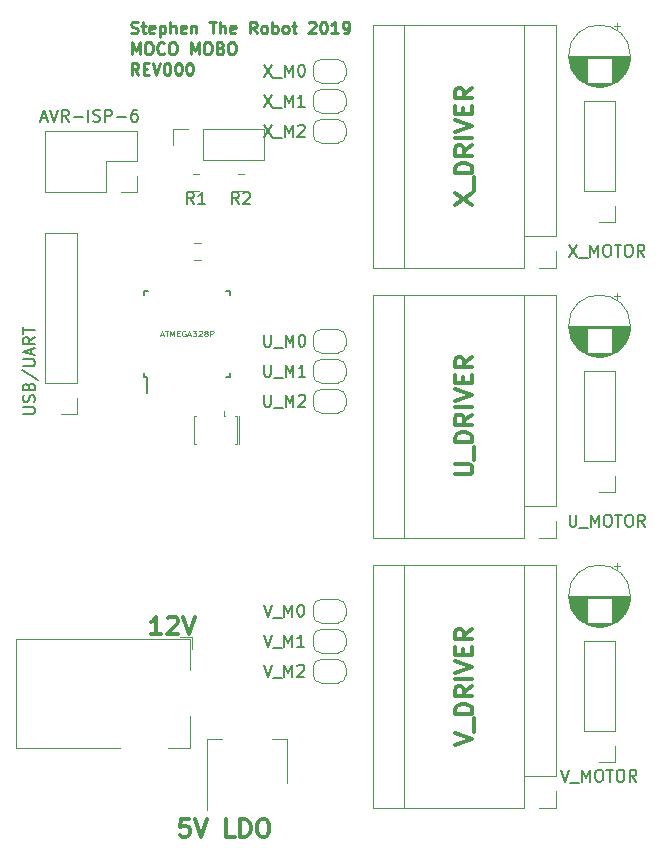
<source format=gbr>
G04 #@! TF.GenerationSoftware,KiCad,Pcbnew,(5.0.2-5-10.14)*
G04 #@! TF.CreationDate,2019-10-07T17:27:23-04:00*
G04 #@! TF.ProjectId,mobo,6d6f626f-2e6b-4696-9361-645f70636258,rev?*
G04 #@! TF.SameCoordinates,Original*
G04 #@! TF.FileFunction,Legend,Top*
G04 #@! TF.FilePolarity,Positive*
%FSLAX46Y46*%
G04 Gerber Fmt 4.6, Leading zero omitted, Abs format (unit mm)*
G04 Created by KiCad (PCBNEW (5.0.2-5-10.14)) date Monday, October 07, 2019 at 05:27:23 PM*
%MOMM*%
%LPD*%
G01*
G04 APERTURE LIST*
%ADD10C,0.125000*%
%ADD11C,0.300000*%
%ADD12C,0.250000*%
%ADD13C,0.120000*%
%ADD14C,0.150000*%
G04 APERTURE END LIST*
D10*
X178725000Y-52788333D02*
X178963095Y-52788333D01*
X178677380Y-52931190D02*
X178844047Y-52431190D01*
X179010714Y-52931190D01*
X179105952Y-52431190D02*
X179391666Y-52431190D01*
X179248809Y-52931190D02*
X179248809Y-52431190D01*
X179558333Y-52931190D02*
X179558333Y-52431190D01*
X179725000Y-52788333D01*
X179891666Y-52431190D01*
X179891666Y-52931190D01*
X180129761Y-52669285D02*
X180296428Y-52669285D01*
X180367857Y-52931190D02*
X180129761Y-52931190D01*
X180129761Y-52431190D01*
X180367857Y-52431190D01*
X180844047Y-52455000D02*
X180796428Y-52431190D01*
X180725000Y-52431190D01*
X180653571Y-52455000D01*
X180605952Y-52502619D01*
X180582142Y-52550238D01*
X180558333Y-52645476D01*
X180558333Y-52716904D01*
X180582142Y-52812142D01*
X180605952Y-52859761D01*
X180653571Y-52907380D01*
X180725000Y-52931190D01*
X180772619Y-52931190D01*
X180844047Y-52907380D01*
X180867857Y-52883571D01*
X180867857Y-52716904D01*
X180772619Y-52716904D01*
X181058333Y-52788333D02*
X181296428Y-52788333D01*
X181010714Y-52931190D02*
X181177380Y-52431190D01*
X181344047Y-52931190D01*
X181463095Y-52431190D02*
X181772619Y-52431190D01*
X181605952Y-52621666D01*
X181677380Y-52621666D01*
X181725000Y-52645476D01*
X181748809Y-52669285D01*
X181772619Y-52716904D01*
X181772619Y-52835952D01*
X181748809Y-52883571D01*
X181725000Y-52907380D01*
X181677380Y-52931190D01*
X181534523Y-52931190D01*
X181486904Y-52907380D01*
X181463095Y-52883571D01*
X181963095Y-52478809D02*
X181986904Y-52455000D01*
X182034523Y-52431190D01*
X182153571Y-52431190D01*
X182201190Y-52455000D01*
X182225000Y-52478809D01*
X182248809Y-52526428D01*
X182248809Y-52574047D01*
X182225000Y-52645476D01*
X181939285Y-52931190D01*
X182248809Y-52931190D01*
X182534523Y-52645476D02*
X182486904Y-52621666D01*
X182463095Y-52597857D01*
X182439285Y-52550238D01*
X182439285Y-52526428D01*
X182463095Y-52478809D01*
X182486904Y-52455000D01*
X182534523Y-52431190D01*
X182629761Y-52431190D01*
X182677380Y-52455000D01*
X182701190Y-52478809D01*
X182725000Y-52526428D01*
X182725000Y-52550238D01*
X182701190Y-52597857D01*
X182677380Y-52621666D01*
X182629761Y-52645476D01*
X182534523Y-52645476D01*
X182486904Y-52669285D01*
X182463095Y-52693095D01*
X182439285Y-52740714D01*
X182439285Y-52835952D01*
X182463095Y-52883571D01*
X182486904Y-52907380D01*
X182534523Y-52931190D01*
X182629761Y-52931190D01*
X182677380Y-52907380D01*
X182701190Y-52883571D01*
X182725000Y-52835952D01*
X182725000Y-52740714D01*
X182701190Y-52693095D01*
X182677380Y-52669285D01*
X182629761Y-52645476D01*
X182939285Y-52931190D02*
X182939285Y-52431190D01*
X183129761Y-52431190D01*
X183177380Y-52455000D01*
X183201190Y-52478809D01*
X183225000Y-52526428D01*
X183225000Y-52597857D01*
X183201190Y-52645476D01*
X183177380Y-52669285D01*
X183129761Y-52693095D01*
X182939285Y-52693095D01*
D11*
X181150000Y-93793571D02*
X180435714Y-93793571D01*
X180364285Y-94507857D01*
X180435714Y-94436428D01*
X180578571Y-94365000D01*
X180935714Y-94365000D01*
X181078571Y-94436428D01*
X181150000Y-94507857D01*
X181221428Y-94650714D01*
X181221428Y-95007857D01*
X181150000Y-95150714D01*
X181078571Y-95222142D01*
X180935714Y-95293571D01*
X180578571Y-95293571D01*
X180435714Y-95222142D01*
X180364285Y-95150714D01*
X181650000Y-93793571D02*
X182150000Y-95293571D01*
X182650000Y-93793571D01*
X185007142Y-95293571D02*
X184292857Y-95293571D01*
X184292857Y-93793571D01*
X185507142Y-95293571D02*
X185507142Y-93793571D01*
X185864285Y-93793571D01*
X186078571Y-93865000D01*
X186221428Y-94007857D01*
X186292857Y-94150714D01*
X186364285Y-94436428D01*
X186364285Y-94650714D01*
X186292857Y-94936428D01*
X186221428Y-95079285D01*
X186078571Y-95222142D01*
X185864285Y-95293571D01*
X185507142Y-95293571D01*
X187292857Y-93793571D02*
X187578571Y-93793571D01*
X187721428Y-93865000D01*
X187864285Y-94007857D01*
X187935714Y-94293571D01*
X187935714Y-94793571D01*
X187864285Y-95079285D01*
X187721428Y-95222142D01*
X187578571Y-95293571D01*
X187292857Y-95293571D01*
X187150000Y-95222142D01*
X187007142Y-95079285D01*
X186935714Y-94793571D01*
X186935714Y-94293571D01*
X187007142Y-94007857D01*
X187150000Y-93865000D01*
X187292857Y-93793571D01*
X178776428Y-78148571D02*
X177919285Y-78148571D01*
X178347857Y-78148571D02*
X178347857Y-76648571D01*
X178205000Y-76862857D01*
X178062142Y-77005714D01*
X177919285Y-77077142D01*
X179347857Y-76791428D02*
X179419285Y-76720000D01*
X179562142Y-76648571D01*
X179919285Y-76648571D01*
X180062142Y-76720000D01*
X180133571Y-76791428D01*
X180205000Y-76934285D01*
X180205000Y-77077142D01*
X180133571Y-77291428D01*
X179276428Y-78148571D01*
X180205000Y-78148571D01*
X180633571Y-76648571D02*
X181133571Y-78148571D01*
X181633571Y-76648571D01*
D12*
X176247976Y-27229761D02*
X176390833Y-27277380D01*
X176628928Y-27277380D01*
X176724166Y-27229761D01*
X176771785Y-27182142D01*
X176819404Y-27086904D01*
X176819404Y-26991666D01*
X176771785Y-26896428D01*
X176724166Y-26848809D01*
X176628928Y-26801190D01*
X176438452Y-26753571D01*
X176343214Y-26705952D01*
X176295595Y-26658333D01*
X176247976Y-26563095D01*
X176247976Y-26467857D01*
X176295595Y-26372619D01*
X176343214Y-26325000D01*
X176438452Y-26277380D01*
X176676547Y-26277380D01*
X176819404Y-26325000D01*
X177105119Y-26610714D02*
X177486071Y-26610714D01*
X177247976Y-26277380D02*
X177247976Y-27134523D01*
X177295595Y-27229761D01*
X177390833Y-27277380D01*
X177486071Y-27277380D01*
X178200357Y-27229761D02*
X178105119Y-27277380D01*
X177914642Y-27277380D01*
X177819404Y-27229761D01*
X177771785Y-27134523D01*
X177771785Y-26753571D01*
X177819404Y-26658333D01*
X177914642Y-26610714D01*
X178105119Y-26610714D01*
X178200357Y-26658333D01*
X178247976Y-26753571D01*
X178247976Y-26848809D01*
X177771785Y-26944047D01*
X178676547Y-26610714D02*
X178676547Y-27610714D01*
X178676547Y-26658333D02*
X178771785Y-26610714D01*
X178962261Y-26610714D01*
X179057500Y-26658333D01*
X179105119Y-26705952D01*
X179152738Y-26801190D01*
X179152738Y-27086904D01*
X179105119Y-27182142D01*
X179057500Y-27229761D01*
X178962261Y-27277380D01*
X178771785Y-27277380D01*
X178676547Y-27229761D01*
X179581309Y-27277380D02*
X179581309Y-26277380D01*
X180009880Y-27277380D02*
X180009880Y-26753571D01*
X179962261Y-26658333D01*
X179867023Y-26610714D01*
X179724166Y-26610714D01*
X179628928Y-26658333D01*
X179581309Y-26705952D01*
X180867023Y-27229761D02*
X180771785Y-27277380D01*
X180581309Y-27277380D01*
X180486071Y-27229761D01*
X180438452Y-27134523D01*
X180438452Y-26753571D01*
X180486071Y-26658333D01*
X180581309Y-26610714D01*
X180771785Y-26610714D01*
X180867023Y-26658333D01*
X180914642Y-26753571D01*
X180914642Y-26848809D01*
X180438452Y-26944047D01*
X181343214Y-26610714D02*
X181343214Y-27277380D01*
X181343214Y-26705952D02*
X181390833Y-26658333D01*
X181486071Y-26610714D01*
X181628928Y-26610714D01*
X181724166Y-26658333D01*
X181771785Y-26753571D01*
X181771785Y-27277380D01*
X182867023Y-26277380D02*
X183438452Y-26277380D01*
X183152738Y-27277380D02*
X183152738Y-26277380D01*
X183771785Y-27277380D02*
X183771785Y-26277380D01*
X184200357Y-27277380D02*
X184200357Y-26753571D01*
X184152738Y-26658333D01*
X184057500Y-26610714D01*
X183914642Y-26610714D01*
X183819404Y-26658333D01*
X183771785Y-26705952D01*
X185057500Y-27229761D02*
X184962261Y-27277380D01*
X184771785Y-27277380D01*
X184676547Y-27229761D01*
X184628928Y-27134523D01*
X184628928Y-26753571D01*
X184676547Y-26658333D01*
X184771785Y-26610714D01*
X184962261Y-26610714D01*
X185057500Y-26658333D01*
X185105119Y-26753571D01*
X185105119Y-26848809D01*
X184628928Y-26944047D01*
X186867023Y-27277380D02*
X186533690Y-26801190D01*
X186295595Y-27277380D02*
X186295595Y-26277380D01*
X186676547Y-26277380D01*
X186771785Y-26325000D01*
X186819404Y-26372619D01*
X186867023Y-26467857D01*
X186867023Y-26610714D01*
X186819404Y-26705952D01*
X186771785Y-26753571D01*
X186676547Y-26801190D01*
X186295595Y-26801190D01*
X187438452Y-27277380D02*
X187343214Y-27229761D01*
X187295595Y-27182142D01*
X187247976Y-27086904D01*
X187247976Y-26801190D01*
X187295595Y-26705952D01*
X187343214Y-26658333D01*
X187438452Y-26610714D01*
X187581309Y-26610714D01*
X187676547Y-26658333D01*
X187724166Y-26705952D01*
X187771785Y-26801190D01*
X187771785Y-27086904D01*
X187724166Y-27182142D01*
X187676547Y-27229761D01*
X187581309Y-27277380D01*
X187438452Y-27277380D01*
X188200357Y-27277380D02*
X188200357Y-26277380D01*
X188200357Y-26658333D02*
X188295595Y-26610714D01*
X188486071Y-26610714D01*
X188581309Y-26658333D01*
X188628928Y-26705952D01*
X188676547Y-26801190D01*
X188676547Y-27086904D01*
X188628928Y-27182142D01*
X188581309Y-27229761D01*
X188486071Y-27277380D01*
X188295595Y-27277380D01*
X188200357Y-27229761D01*
X189247976Y-27277380D02*
X189152738Y-27229761D01*
X189105119Y-27182142D01*
X189057500Y-27086904D01*
X189057500Y-26801190D01*
X189105119Y-26705952D01*
X189152738Y-26658333D01*
X189247976Y-26610714D01*
X189390833Y-26610714D01*
X189486071Y-26658333D01*
X189533690Y-26705952D01*
X189581309Y-26801190D01*
X189581309Y-27086904D01*
X189533690Y-27182142D01*
X189486071Y-27229761D01*
X189390833Y-27277380D01*
X189247976Y-27277380D01*
X189867023Y-26610714D02*
X190247976Y-26610714D01*
X190009880Y-26277380D02*
X190009880Y-27134523D01*
X190057500Y-27229761D01*
X190152738Y-27277380D01*
X190247976Y-27277380D01*
X191295595Y-26372619D02*
X191343214Y-26325000D01*
X191438452Y-26277380D01*
X191676547Y-26277380D01*
X191771785Y-26325000D01*
X191819404Y-26372619D01*
X191867023Y-26467857D01*
X191867023Y-26563095D01*
X191819404Y-26705952D01*
X191247976Y-27277380D01*
X191867023Y-27277380D01*
X192486071Y-26277380D02*
X192581309Y-26277380D01*
X192676547Y-26325000D01*
X192724166Y-26372619D01*
X192771785Y-26467857D01*
X192819404Y-26658333D01*
X192819404Y-26896428D01*
X192771785Y-27086904D01*
X192724166Y-27182142D01*
X192676547Y-27229761D01*
X192581309Y-27277380D01*
X192486071Y-27277380D01*
X192390833Y-27229761D01*
X192343214Y-27182142D01*
X192295595Y-27086904D01*
X192247976Y-26896428D01*
X192247976Y-26658333D01*
X192295595Y-26467857D01*
X192343214Y-26372619D01*
X192390833Y-26325000D01*
X192486071Y-26277380D01*
X193771785Y-27277380D02*
X193200357Y-27277380D01*
X193486071Y-27277380D02*
X193486071Y-26277380D01*
X193390833Y-26420238D01*
X193295595Y-26515476D01*
X193200357Y-26563095D01*
X194247976Y-27277380D02*
X194438452Y-27277380D01*
X194533690Y-27229761D01*
X194581309Y-27182142D01*
X194676547Y-27039285D01*
X194724166Y-26848809D01*
X194724166Y-26467857D01*
X194676547Y-26372619D01*
X194628928Y-26325000D01*
X194533690Y-26277380D01*
X194343214Y-26277380D01*
X194247976Y-26325000D01*
X194200357Y-26372619D01*
X194152738Y-26467857D01*
X194152738Y-26705952D01*
X194200357Y-26801190D01*
X194247976Y-26848809D01*
X194343214Y-26896428D01*
X194533690Y-26896428D01*
X194628928Y-26848809D01*
X194676547Y-26801190D01*
X194724166Y-26705952D01*
X176295595Y-29027380D02*
X176295595Y-28027380D01*
X176628928Y-28741666D01*
X176962261Y-28027380D01*
X176962261Y-29027380D01*
X177628928Y-28027380D02*
X177819404Y-28027380D01*
X177914642Y-28075000D01*
X178009880Y-28170238D01*
X178057500Y-28360714D01*
X178057500Y-28694047D01*
X178009880Y-28884523D01*
X177914642Y-28979761D01*
X177819404Y-29027380D01*
X177628928Y-29027380D01*
X177533690Y-28979761D01*
X177438452Y-28884523D01*
X177390833Y-28694047D01*
X177390833Y-28360714D01*
X177438452Y-28170238D01*
X177533690Y-28075000D01*
X177628928Y-28027380D01*
X179057500Y-28932142D02*
X179009880Y-28979761D01*
X178867023Y-29027380D01*
X178771785Y-29027380D01*
X178628928Y-28979761D01*
X178533690Y-28884523D01*
X178486071Y-28789285D01*
X178438452Y-28598809D01*
X178438452Y-28455952D01*
X178486071Y-28265476D01*
X178533690Y-28170238D01*
X178628928Y-28075000D01*
X178771785Y-28027380D01*
X178867023Y-28027380D01*
X179009880Y-28075000D01*
X179057500Y-28122619D01*
X179676547Y-28027380D02*
X179867023Y-28027380D01*
X179962261Y-28075000D01*
X180057500Y-28170238D01*
X180105119Y-28360714D01*
X180105119Y-28694047D01*
X180057500Y-28884523D01*
X179962261Y-28979761D01*
X179867023Y-29027380D01*
X179676547Y-29027380D01*
X179581309Y-28979761D01*
X179486071Y-28884523D01*
X179438452Y-28694047D01*
X179438452Y-28360714D01*
X179486071Y-28170238D01*
X179581309Y-28075000D01*
X179676547Y-28027380D01*
X181295595Y-29027380D02*
X181295595Y-28027380D01*
X181628928Y-28741666D01*
X181962261Y-28027380D01*
X181962261Y-29027380D01*
X182628928Y-28027380D02*
X182819404Y-28027380D01*
X182914642Y-28075000D01*
X183009880Y-28170238D01*
X183057500Y-28360714D01*
X183057500Y-28694047D01*
X183009880Y-28884523D01*
X182914642Y-28979761D01*
X182819404Y-29027380D01*
X182628928Y-29027380D01*
X182533690Y-28979761D01*
X182438452Y-28884523D01*
X182390833Y-28694047D01*
X182390833Y-28360714D01*
X182438452Y-28170238D01*
X182533690Y-28075000D01*
X182628928Y-28027380D01*
X183819404Y-28503571D02*
X183962261Y-28551190D01*
X184009880Y-28598809D01*
X184057500Y-28694047D01*
X184057500Y-28836904D01*
X184009880Y-28932142D01*
X183962261Y-28979761D01*
X183867023Y-29027380D01*
X183486071Y-29027380D01*
X183486071Y-28027380D01*
X183819404Y-28027380D01*
X183914642Y-28075000D01*
X183962261Y-28122619D01*
X184009880Y-28217857D01*
X184009880Y-28313095D01*
X183962261Y-28408333D01*
X183914642Y-28455952D01*
X183819404Y-28503571D01*
X183486071Y-28503571D01*
X184676547Y-28027380D02*
X184867023Y-28027380D01*
X184962261Y-28075000D01*
X185057500Y-28170238D01*
X185105119Y-28360714D01*
X185105119Y-28694047D01*
X185057500Y-28884523D01*
X184962261Y-28979761D01*
X184867023Y-29027380D01*
X184676547Y-29027380D01*
X184581309Y-28979761D01*
X184486071Y-28884523D01*
X184438452Y-28694047D01*
X184438452Y-28360714D01*
X184486071Y-28170238D01*
X184581309Y-28075000D01*
X184676547Y-28027380D01*
X176867023Y-30777380D02*
X176533690Y-30301190D01*
X176295595Y-30777380D02*
X176295595Y-29777380D01*
X176676547Y-29777380D01*
X176771785Y-29825000D01*
X176819404Y-29872619D01*
X176867023Y-29967857D01*
X176867023Y-30110714D01*
X176819404Y-30205952D01*
X176771785Y-30253571D01*
X176676547Y-30301190D01*
X176295595Y-30301190D01*
X177295595Y-30253571D02*
X177628928Y-30253571D01*
X177771785Y-30777380D02*
X177295595Y-30777380D01*
X177295595Y-29777380D01*
X177771785Y-29777380D01*
X178057500Y-29777380D02*
X178390833Y-30777380D01*
X178724166Y-29777380D01*
X179247976Y-29777380D02*
X179343214Y-29777380D01*
X179438452Y-29825000D01*
X179486071Y-29872619D01*
X179533690Y-29967857D01*
X179581309Y-30158333D01*
X179581309Y-30396428D01*
X179533690Y-30586904D01*
X179486071Y-30682142D01*
X179438452Y-30729761D01*
X179343214Y-30777380D01*
X179247976Y-30777380D01*
X179152738Y-30729761D01*
X179105119Y-30682142D01*
X179057500Y-30586904D01*
X179009880Y-30396428D01*
X179009880Y-30158333D01*
X179057500Y-29967857D01*
X179105119Y-29872619D01*
X179152738Y-29825000D01*
X179247976Y-29777380D01*
X180200357Y-29777380D02*
X180295595Y-29777380D01*
X180390833Y-29825000D01*
X180438452Y-29872619D01*
X180486071Y-29967857D01*
X180533690Y-30158333D01*
X180533690Y-30396428D01*
X180486071Y-30586904D01*
X180438452Y-30682142D01*
X180390833Y-30729761D01*
X180295595Y-30777380D01*
X180200357Y-30777380D01*
X180105119Y-30729761D01*
X180057500Y-30682142D01*
X180009880Y-30586904D01*
X179962261Y-30396428D01*
X179962261Y-30158333D01*
X180009880Y-29967857D01*
X180057500Y-29872619D01*
X180105119Y-29825000D01*
X180200357Y-29777380D01*
X181152738Y-29777380D02*
X181247976Y-29777380D01*
X181343214Y-29825000D01*
X181390833Y-29872619D01*
X181438452Y-29967857D01*
X181486071Y-30158333D01*
X181486071Y-30396428D01*
X181438452Y-30586904D01*
X181390833Y-30682142D01*
X181343214Y-30729761D01*
X181247976Y-30777380D01*
X181152738Y-30777380D01*
X181057500Y-30729761D01*
X181009880Y-30682142D01*
X180962261Y-30586904D01*
X180914642Y-30396428D01*
X180914642Y-30158333D01*
X180962261Y-29967857D01*
X181009880Y-29872619D01*
X181057500Y-29825000D01*
X181152738Y-29777380D01*
D11*
X203648571Y-87550000D02*
X205148571Y-87050000D01*
X203648571Y-86550000D01*
X205291428Y-86407142D02*
X205291428Y-85264285D01*
X205148571Y-84907142D02*
X203648571Y-84907142D01*
X203648571Y-84550000D01*
X203720000Y-84335714D01*
X203862857Y-84192857D01*
X204005714Y-84121428D01*
X204291428Y-84050000D01*
X204505714Y-84050000D01*
X204791428Y-84121428D01*
X204934285Y-84192857D01*
X205077142Y-84335714D01*
X205148571Y-84550000D01*
X205148571Y-84907142D01*
X205148571Y-82550000D02*
X204434285Y-83050000D01*
X205148571Y-83407142D02*
X203648571Y-83407142D01*
X203648571Y-82835714D01*
X203720000Y-82692857D01*
X203791428Y-82621428D01*
X203934285Y-82550000D01*
X204148571Y-82550000D01*
X204291428Y-82621428D01*
X204362857Y-82692857D01*
X204434285Y-82835714D01*
X204434285Y-83407142D01*
X205148571Y-81907142D02*
X203648571Y-81907142D01*
X203648571Y-81407142D02*
X205148571Y-80907142D01*
X203648571Y-80407142D01*
X204362857Y-79907142D02*
X204362857Y-79407142D01*
X205148571Y-79192857D02*
X205148571Y-79907142D01*
X203648571Y-79907142D01*
X203648571Y-79192857D01*
X205148571Y-77692857D02*
X204434285Y-78192857D01*
X205148571Y-78550000D02*
X203648571Y-78550000D01*
X203648571Y-77978571D01*
X203720000Y-77835714D01*
X203791428Y-77764285D01*
X203934285Y-77692857D01*
X204148571Y-77692857D01*
X204291428Y-77764285D01*
X204362857Y-77835714D01*
X204434285Y-77978571D01*
X204434285Y-78550000D01*
X203648571Y-64618571D02*
X204862857Y-64618571D01*
X205005714Y-64547142D01*
X205077142Y-64475714D01*
X205148571Y-64332857D01*
X205148571Y-64047142D01*
X205077142Y-63904285D01*
X205005714Y-63832857D01*
X204862857Y-63761428D01*
X203648571Y-63761428D01*
X205291428Y-63404285D02*
X205291428Y-62261428D01*
X205148571Y-61904285D02*
X203648571Y-61904285D01*
X203648571Y-61547142D01*
X203720000Y-61332857D01*
X203862857Y-61190000D01*
X204005714Y-61118571D01*
X204291428Y-61047142D01*
X204505714Y-61047142D01*
X204791428Y-61118571D01*
X204934285Y-61190000D01*
X205077142Y-61332857D01*
X205148571Y-61547142D01*
X205148571Y-61904285D01*
X205148571Y-59547142D02*
X204434285Y-60047142D01*
X205148571Y-60404285D02*
X203648571Y-60404285D01*
X203648571Y-59832857D01*
X203720000Y-59690000D01*
X203791428Y-59618571D01*
X203934285Y-59547142D01*
X204148571Y-59547142D01*
X204291428Y-59618571D01*
X204362857Y-59690000D01*
X204434285Y-59832857D01*
X204434285Y-60404285D01*
X205148571Y-58904285D02*
X203648571Y-58904285D01*
X203648571Y-58404285D02*
X205148571Y-57904285D01*
X203648571Y-57404285D01*
X204362857Y-56904285D02*
X204362857Y-56404285D01*
X205148571Y-56190000D02*
X205148571Y-56904285D01*
X203648571Y-56904285D01*
X203648571Y-56190000D01*
X205148571Y-54690000D02*
X204434285Y-55190000D01*
X205148571Y-55547142D02*
X203648571Y-55547142D01*
X203648571Y-54975714D01*
X203720000Y-54832857D01*
X203791428Y-54761428D01*
X203934285Y-54690000D01*
X204148571Y-54690000D01*
X204291428Y-54761428D01*
X204362857Y-54832857D01*
X204434285Y-54975714D01*
X204434285Y-55547142D01*
X203648571Y-41830000D02*
X205148571Y-40830000D01*
X203648571Y-40830000D02*
X205148571Y-41830000D01*
X205291428Y-40615714D02*
X205291428Y-39472857D01*
X205148571Y-39115714D02*
X203648571Y-39115714D01*
X203648571Y-38758571D01*
X203720000Y-38544285D01*
X203862857Y-38401428D01*
X204005714Y-38330000D01*
X204291428Y-38258571D01*
X204505714Y-38258571D01*
X204791428Y-38330000D01*
X204934285Y-38401428D01*
X205077142Y-38544285D01*
X205148571Y-38758571D01*
X205148571Y-39115714D01*
X205148571Y-36758571D02*
X204434285Y-37258571D01*
X205148571Y-37615714D02*
X203648571Y-37615714D01*
X203648571Y-37044285D01*
X203720000Y-36901428D01*
X203791428Y-36830000D01*
X203934285Y-36758571D01*
X204148571Y-36758571D01*
X204291428Y-36830000D01*
X204362857Y-36901428D01*
X204434285Y-37044285D01*
X204434285Y-37615714D01*
X205148571Y-36115714D02*
X203648571Y-36115714D01*
X203648571Y-35615714D02*
X205148571Y-35115714D01*
X203648571Y-34615714D01*
X204362857Y-34115714D02*
X204362857Y-33615714D01*
X205148571Y-33401428D02*
X205148571Y-34115714D01*
X203648571Y-34115714D01*
X203648571Y-33401428D01*
X205148571Y-31901428D02*
X204434285Y-32401428D01*
X205148571Y-32758571D02*
X203648571Y-32758571D01*
X203648571Y-32187142D01*
X203720000Y-32044285D01*
X203791428Y-31972857D01*
X203934285Y-31901428D01*
X204148571Y-31901428D01*
X204291428Y-31972857D01*
X204362857Y-32044285D01*
X204434285Y-32187142D01*
X204434285Y-32758571D01*
D13*
G04 #@! TO.C,A1*
X199390000Y-92840000D02*
X199390000Y-72260000D01*
X209550000Y-90170000D02*
X209550000Y-72260000D01*
X210820000Y-92840000D02*
X212220000Y-92840000D01*
X212220000Y-92840000D02*
X212220000Y-91440000D01*
X209550000Y-92840000D02*
X209550000Y-90170000D01*
X209550000Y-90170000D02*
X212220000Y-90170000D01*
X212220000Y-90170000D02*
X212220000Y-72260000D01*
X212220000Y-72260000D02*
X196720000Y-72260000D01*
X196720000Y-72260000D02*
X196720000Y-92840000D01*
X196720000Y-92840000D02*
X209550000Y-92840000D01*
G04 #@! TO.C,A2*
X196720000Y-69980000D02*
X209550000Y-69980000D01*
X196720000Y-49400000D02*
X196720000Y-69980000D01*
X212220000Y-49400000D02*
X196720000Y-49400000D01*
X212220000Y-67310000D02*
X212220000Y-49400000D01*
X209550000Y-67310000D02*
X212220000Y-67310000D01*
X209550000Y-69980000D02*
X209550000Y-67310000D01*
X212220000Y-69980000D02*
X212220000Y-68580000D01*
X210820000Y-69980000D02*
X212220000Y-69980000D01*
X209550000Y-67310000D02*
X209550000Y-49400000D01*
X199390000Y-69980000D02*
X199390000Y-49400000D01*
G04 #@! TO.C,A3*
X199390000Y-47120000D02*
X199390000Y-26540000D01*
X209550000Y-44450000D02*
X209550000Y-26540000D01*
X210820000Y-47120000D02*
X212220000Y-47120000D01*
X212220000Y-47120000D02*
X212220000Y-45720000D01*
X209550000Y-47120000D02*
X209550000Y-44450000D01*
X209550000Y-44450000D02*
X212220000Y-44450000D01*
X212220000Y-44450000D02*
X212220000Y-26540000D01*
X212220000Y-26540000D02*
X196720000Y-26540000D01*
X196720000Y-26540000D02*
X196720000Y-47120000D01*
X196720000Y-47120000D02*
X209550000Y-47120000D01*
G04 #@! TO.C,C1*
X182125252Y-46430000D02*
X181602748Y-46430000D01*
X182125252Y-45010000D02*
X181602748Y-45010000D01*
G04 #@! TO.C,C2*
X218520000Y-29190000D02*
G75*
G03X218520000Y-29190000I-2620000J0D01*
G01*
X218480000Y-29190000D02*
X213320000Y-29190000D01*
X218480000Y-29230000D02*
X213320000Y-29230000D01*
X218479000Y-29270000D02*
X213321000Y-29270000D01*
X218478000Y-29310000D02*
X213322000Y-29310000D01*
X218476000Y-29350000D02*
X213324000Y-29350000D01*
X218473000Y-29390000D02*
X213327000Y-29390000D01*
X218469000Y-29430000D02*
X216940000Y-29430000D01*
X214860000Y-29430000D02*
X213331000Y-29430000D01*
X218465000Y-29470000D02*
X216940000Y-29470000D01*
X214860000Y-29470000D02*
X213335000Y-29470000D01*
X218461000Y-29510000D02*
X216940000Y-29510000D01*
X214860000Y-29510000D02*
X213339000Y-29510000D01*
X218456000Y-29550000D02*
X216940000Y-29550000D01*
X214860000Y-29550000D02*
X213344000Y-29550000D01*
X218450000Y-29590000D02*
X216940000Y-29590000D01*
X214860000Y-29590000D02*
X213350000Y-29590000D01*
X218443000Y-29630000D02*
X216940000Y-29630000D01*
X214860000Y-29630000D02*
X213357000Y-29630000D01*
X218436000Y-29670000D02*
X216940000Y-29670000D01*
X214860000Y-29670000D02*
X213364000Y-29670000D01*
X218428000Y-29710000D02*
X216940000Y-29710000D01*
X214860000Y-29710000D02*
X213372000Y-29710000D01*
X218420000Y-29750000D02*
X216940000Y-29750000D01*
X214860000Y-29750000D02*
X213380000Y-29750000D01*
X218411000Y-29790000D02*
X216940000Y-29790000D01*
X214860000Y-29790000D02*
X213389000Y-29790000D01*
X218401000Y-29830000D02*
X216940000Y-29830000D01*
X214860000Y-29830000D02*
X213399000Y-29830000D01*
X218391000Y-29870000D02*
X216940000Y-29870000D01*
X214860000Y-29870000D02*
X213409000Y-29870000D01*
X218380000Y-29911000D02*
X216940000Y-29911000D01*
X214860000Y-29911000D02*
X213420000Y-29911000D01*
X218368000Y-29951000D02*
X216940000Y-29951000D01*
X214860000Y-29951000D02*
X213432000Y-29951000D01*
X218355000Y-29991000D02*
X216940000Y-29991000D01*
X214860000Y-29991000D02*
X213445000Y-29991000D01*
X218342000Y-30031000D02*
X216940000Y-30031000D01*
X214860000Y-30031000D02*
X213458000Y-30031000D01*
X218328000Y-30071000D02*
X216940000Y-30071000D01*
X214860000Y-30071000D02*
X213472000Y-30071000D01*
X218314000Y-30111000D02*
X216940000Y-30111000D01*
X214860000Y-30111000D02*
X213486000Y-30111000D01*
X218298000Y-30151000D02*
X216940000Y-30151000D01*
X214860000Y-30151000D02*
X213502000Y-30151000D01*
X218282000Y-30191000D02*
X216940000Y-30191000D01*
X214860000Y-30191000D02*
X213518000Y-30191000D01*
X218265000Y-30231000D02*
X216940000Y-30231000D01*
X214860000Y-30231000D02*
X213535000Y-30231000D01*
X218248000Y-30271000D02*
X216940000Y-30271000D01*
X214860000Y-30271000D02*
X213552000Y-30271000D01*
X218229000Y-30311000D02*
X216940000Y-30311000D01*
X214860000Y-30311000D02*
X213571000Y-30311000D01*
X218210000Y-30351000D02*
X216940000Y-30351000D01*
X214860000Y-30351000D02*
X213590000Y-30351000D01*
X218190000Y-30391000D02*
X216940000Y-30391000D01*
X214860000Y-30391000D02*
X213610000Y-30391000D01*
X218168000Y-30431000D02*
X216940000Y-30431000D01*
X214860000Y-30431000D02*
X213632000Y-30431000D01*
X218147000Y-30471000D02*
X216940000Y-30471000D01*
X214860000Y-30471000D02*
X213653000Y-30471000D01*
X218124000Y-30511000D02*
X216940000Y-30511000D01*
X214860000Y-30511000D02*
X213676000Y-30511000D01*
X218100000Y-30551000D02*
X216940000Y-30551000D01*
X214860000Y-30551000D02*
X213700000Y-30551000D01*
X218075000Y-30591000D02*
X216940000Y-30591000D01*
X214860000Y-30591000D02*
X213725000Y-30591000D01*
X218049000Y-30631000D02*
X216940000Y-30631000D01*
X214860000Y-30631000D02*
X213751000Y-30631000D01*
X218022000Y-30671000D02*
X216940000Y-30671000D01*
X214860000Y-30671000D02*
X213778000Y-30671000D01*
X217995000Y-30711000D02*
X216940000Y-30711000D01*
X214860000Y-30711000D02*
X213805000Y-30711000D01*
X217965000Y-30751000D02*
X216940000Y-30751000D01*
X214860000Y-30751000D02*
X213835000Y-30751000D01*
X217935000Y-30791000D02*
X216940000Y-30791000D01*
X214860000Y-30791000D02*
X213865000Y-30791000D01*
X217904000Y-30831000D02*
X216940000Y-30831000D01*
X214860000Y-30831000D02*
X213896000Y-30831000D01*
X217871000Y-30871000D02*
X216940000Y-30871000D01*
X214860000Y-30871000D02*
X213929000Y-30871000D01*
X217837000Y-30911000D02*
X216940000Y-30911000D01*
X214860000Y-30911000D02*
X213963000Y-30911000D01*
X217801000Y-30951000D02*
X216940000Y-30951000D01*
X214860000Y-30951000D02*
X213999000Y-30951000D01*
X217764000Y-30991000D02*
X216940000Y-30991000D01*
X214860000Y-30991000D02*
X214036000Y-30991000D01*
X217726000Y-31031000D02*
X216940000Y-31031000D01*
X214860000Y-31031000D02*
X214074000Y-31031000D01*
X217685000Y-31071000D02*
X216940000Y-31071000D01*
X214860000Y-31071000D02*
X214115000Y-31071000D01*
X217643000Y-31111000D02*
X216940000Y-31111000D01*
X214860000Y-31111000D02*
X214157000Y-31111000D01*
X217599000Y-31151000D02*
X216940000Y-31151000D01*
X214860000Y-31151000D02*
X214201000Y-31151000D01*
X217553000Y-31191000D02*
X216940000Y-31191000D01*
X214860000Y-31191000D02*
X214247000Y-31191000D01*
X217505000Y-31231000D02*
X216940000Y-31231000D01*
X214860000Y-31231000D02*
X214295000Y-31231000D01*
X217454000Y-31271000D02*
X216940000Y-31271000D01*
X214860000Y-31271000D02*
X214346000Y-31271000D01*
X217400000Y-31311000D02*
X216940000Y-31311000D01*
X214860000Y-31311000D02*
X214400000Y-31311000D01*
X217343000Y-31351000D02*
X216940000Y-31351000D01*
X214860000Y-31351000D02*
X214457000Y-31351000D01*
X217283000Y-31391000D02*
X216940000Y-31391000D01*
X214860000Y-31391000D02*
X214517000Y-31391000D01*
X217219000Y-31431000D02*
X216940000Y-31431000D01*
X214860000Y-31431000D02*
X214581000Y-31431000D01*
X217151000Y-31471000D02*
X216940000Y-31471000D01*
X214860000Y-31471000D02*
X214649000Y-31471000D01*
X217078000Y-31511000D02*
X214722000Y-31511000D01*
X216998000Y-31551000D02*
X214802000Y-31551000D01*
X216911000Y-31591000D02*
X214889000Y-31591000D01*
X216815000Y-31631000D02*
X214985000Y-31631000D01*
X216705000Y-31671000D02*
X215095000Y-31671000D01*
X216577000Y-31711000D02*
X215223000Y-31711000D01*
X216418000Y-31751000D02*
X215382000Y-31751000D01*
X216184000Y-31791000D02*
X215616000Y-31791000D01*
X217375000Y-26385225D02*
X217375000Y-26885225D01*
X217625000Y-26635225D02*
X217125000Y-26635225D01*
G04 #@! TO.C,C3*
X217625000Y-72355225D02*
X217125000Y-72355225D01*
X217375000Y-72105225D02*
X217375000Y-72605225D01*
X216184000Y-77511000D02*
X215616000Y-77511000D01*
X216418000Y-77471000D02*
X215382000Y-77471000D01*
X216577000Y-77431000D02*
X215223000Y-77431000D01*
X216705000Y-77391000D02*
X215095000Y-77391000D01*
X216815000Y-77351000D02*
X214985000Y-77351000D01*
X216911000Y-77311000D02*
X214889000Y-77311000D01*
X216998000Y-77271000D02*
X214802000Y-77271000D01*
X217078000Y-77231000D02*
X214722000Y-77231000D01*
X214860000Y-77191000D02*
X214649000Y-77191000D01*
X217151000Y-77191000D02*
X216940000Y-77191000D01*
X214860000Y-77151000D02*
X214581000Y-77151000D01*
X217219000Y-77151000D02*
X216940000Y-77151000D01*
X214860000Y-77111000D02*
X214517000Y-77111000D01*
X217283000Y-77111000D02*
X216940000Y-77111000D01*
X214860000Y-77071000D02*
X214457000Y-77071000D01*
X217343000Y-77071000D02*
X216940000Y-77071000D01*
X214860000Y-77031000D02*
X214400000Y-77031000D01*
X217400000Y-77031000D02*
X216940000Y-77031000D01*
X214860000Y-76991000D02*
X214346000Y-76991000D01*
X217454000Y-76991000D02*
X216940000Y-76991000D01*
X214860000Y-76951000D02*
X214295000Y-76951000D01*
X217505000Y-76951000D02*
X216940000Y-76951000D01*
X214860000Y-76911000D02*
X214247000Y-76911000D01*
X217553000Y-76911000D02*
X216940000Y-76911000D01*
X214860000Y-76871000D02*
X214201000Y-76871000D01*
X217599000Y-76871000D02*
X216940000Y-76871000D01*
X214860000Y-76831000D02*
X214157000Y-76831000D01*
X217643000Y-76831000D02*
X216940000Y-76831000D01*
X214860000Y-76791000D02*
X214115000Y-76791000D01*
X217685000Y-76791000D02*
X216940000Y-76791000D01*
X214860000Y-76751000D02*
X214074000Y-76751000D01*
X217726000Y-76751000D02*
X216940000Y-76751000D01*
X214860000Y-76711000D02*
X214036000Y-76711000D01*
X217764000Y-76711000D02*
X216940000Y-76711000D01*
X214860000Y-76671000D02*
X213999000Y-76671000D01*
X217801000Y-76671000D02*
X216940000Y-76671000D01*
X214860000Y-76631000D02*
X213963000Y-76631000D01*
X217837000Y-76631000D02*
X216940000Y-76631000D01*
X214860000Y-76591000D02*
X213929000Y-76591000D01*
X217871000Y-76591000D02*
X216940000Y-76591000D01*
X214860000Y-76551000D02*
X213896000Y-76551000D01*
X217904000Y-76551000D02*
X216940000Y-76551000D01*
X214860000Y-76511000D02*
X213865000Y-76511000D01*
X217935000Y-76511000D02*
X216940000Y-76511000D01*
X214860000Y-76471000D02*
X213835000Y-76471000D01*
X217965000Y-76471000D02*
X216940000Y-76471000D01*
X214860000Y-76431000D02*
X213805000Y-76431000D01*
X217995000Y-76431000D02*
X216940000Y-76431000D01*
X214860000Y-76391000D02*
X213778000Y-76391000D01*
X218022000Y-76391000D02*
X216940000Y-76391000D01*
X214860000Y-76351000D02*
X213751000Y-76351000D01*
X218049000Y-76351000D02*
X216940000Y-76351000D01*
X214860000Y-76311000D02*
X213725000Y-76311000D01*
X218075000Y-76311000D02*
X216940000Y-76311000D01*
X214860000Y-76271000D02*
X213700000Y-76271000D01*
X218100000Y-76271000D02*
X216940000Y-76271000D01*
X214860000Y-76231000D02*
X213676000Y-76231000D01*
X218124000Y-76231000D02*
X216940000Y-76231000D01*
X214860000Y-76191000D02*
X213653000Y-76191000D01*
X218147000Y-76191000D02*
X216940000Y-76191000D01*
X214860000Y-76151000D02*
X213632000Y-76151000D01*
X218168000Y-76151000D02*
X216940000Y-76151000D01*
X214860000Y-76111000D02*
X213610000Y-76111000D01*
X218190000Y-76111000D02*
X216940000Y-76111000D01*
X214860000Y-76071000D02*
X213590000Y-76071000D01*
X218210000Y-76071000D02*
X216940000Y-76071000D01*
X214860000Y-76031000D02*
X213571000Y-76031000D01*
X218229000Y-76031000D02*
X216940000Y-76031000D01*
X214860000Y-75991000D02*
X213552000Y-75991000D01*
X218248000Y-75991000D02*
X216940000Y-75991000D01*
X214860000Y-75951000D02*
X213535000Y-75951000D01*
X218265000Y-75951000D02*
X216940000Y-75951000D01*
X214860000Y-75911000D02*
X213518000Y-75911000D01*
X218282000Y-75911000D02*
X216940000Y-75911000D01*
X214860000Y-75871000D02*
X213502000Y-75871000D01*
X218298000Y-75871000D02*
X216940000Y-75871000D01*
X214860000Y-75831000D02*
X213486000Y-75831000D01*
X218314000Y-75831000D02*
X216940000Y-75831000D01*
X214860000Y-75791000D02*
X213472000Y-75791000D01*
X218328000Y-75791000D02*
X216940000Y-75791000D01*
X214860000Y-75751000D02*
X213458000Y-75751000D01*
X218342000Y-75751000D02*
X216940000Y-75751000D01*
X214860000Y-75711000D02*
X213445000Y-75711000D01*
X218355000Y-75711000D02*
X216940000Y-75711000D01*
X214860000Y-75671000D02*
X213432000Y-75671000D01*
X218368000Y-75671000D02*
X216940000Y-75671000D01*
X214860000Y-75631000D02*
X213420000Y-75631000D01*
X218380000Y-75631000D02*
X216940000Y-75631000D01*
X214860000Y-75590000D02*
X213409000Y-75590000D01*
X218391000Y-75590000D02*
X216940000Y-75590000D01*
X214860000Y-75550000D02*
X213399000Y-75550000D01*
X218401000Y-75550000D02*
X216940000Y-75550000D01*
X214860000Y-75510000D02*
X213389000Y-75510000D01*
X218411000Y-75510000D02*
X216940000Y-75510000D01*
X214860000Y-75470000D02*
X213380000Y-75470000D01*
X218420000Y-75470000D02*
X216940000Y-75470000D01*
X214860000Y-75430000D02*
X213372000Y-75430000D01*
X218428000Y-75430000D02*
X216940000Y-75430000D01*
X214860000Y-75390000D02*
X213364000Y-75390000D01*
X218436000Y-75390000D02*
X216940000Y-75390000D01*
X214860000Y-75350000D02*
X213357000Y-75350000D01*
X218443000Y-75350000D02*
X216940000Y-75350000D01*
X214860000Y-75310000D02*
X213350000Y-75310000D01*
X218450000Y-75310000D02*
X216940000Y-75310000D01*
X214860000Y-75270000D02*
X213344000Y-75270000D01*
X218456000Y-75270000D02*
X216940000Y-75270000D01*
X214860000Y-75230000D02*
X213339000Y-75230000D01*
X218461000Y-75230000D02*
X216940000Y-75230000D01*
X214860000Y-75190000D02*
X213335000Y-75190000D01*
X218465000Y-75190000D02*
X216940000Y-75190000D01*
X214860000Y-75150000D02*
X213331000Y-75150000D01*
X218469000Y-75150000D02*
X216940000Y-75150000D01*
X218473000Y-75110000D02*
X213327000Y-75110000D01*
X218476000Y-75070000D02*
X213324000Y-75070000D01*
X218478000Y-75030000D02*
X213322000Y-75030000D01*
X218479000Y-74990000D02*
X213321000Y-74990000D01*
X218480000Y-74950000D02*
X213320000Y-74950000D01*
X218480000Y-74910000D02*
X213320000Y-74910000D01*
X218520000Y-74910000D02*
G75*
G03X218520000Y-74910000I-2620000J0D01*
G01*
G04 #@! TO.C,C4*
X218520000Y-52050000D02*
G75*
G03X218520000Y-52050000I-2620000J0D01*
G01*
X218480000Y-52050000D02*
X213320000Y-52050000D01*
X218480000Y-52090000D02*
X213320000Y-52090000D01*
X218479000Y-52130000D02*
X213321000Y-52130000D01*
X218478000Y-52170000D02*
X213322000Y-52170000D01*
X218476000Y-52210000D02*
X213324000Y-52210000D01*
X218473000Y-52250000D02*
X213327000Y-52250000D01*
X218469000Y-52290000D02*
X216940000Y-52290000D01*
X214860000Y-52290000D02*
X213331000Y-52290000D01*
X218465000Y-52330000D02*
X216940000Y-52330000D01*
X214860000Y-52330000D02*
X213335000Y-52330000D01*
X218461000Y-52370000D02*
X216940000Y-52370000D01*
X214860000Y-52370000D02*
X213339000Y-52370000D01*
X218456000Y-52410000D02*
X216940000Y-52410000D01*
X214860000Y-52410000D02*
X213344000Y-52410000D01*
X218450000Y-52450000D02*
X216940000Y-52450000D01*
X214860000Y-52450000D02*
X213350000Y-52450000D01*
X218443000Y-52490000D02*
X216940000Y-52490000D01*
X214860000Y-52490000D02*
X213357000Y-52490000D01*
X218436000Y-52530000D02*
X216940000Y-52530000D01*
X214860000Y-52530000D02*
X213364000Y-52530000D01*
X218428000Y-52570000D02*
X216940000Y-52570000D01*
X214860000Y-52570000D02*
X213372000Y-52570000D01*
X218420000Y-52610000D02*
X216940000Y-52610000D01*
X214860000Y-52610000D02*
X213380000Y-52610000D01*
X218411000Y-52650000D02*
X216940000Y-52650000D01*
X214860000Y-52650000D02*
X213389000Y-52650000D01*
X218401000Y-52690000D02*
X216940000Y-52690000D01*
X214860000Y-52690000D02*
X213399000Y-52690000D01*
X218391000Y-52730000D02*
X216940000Y-52730000D01*
X214860000Y-52730000D02*
X213409000Y-52730000D01*
X218380000Y-52771000D02*
X216940000Y-52771000D01*
X214860000Y-52771000D02*
X213420000Y-52771000D01*
X218368000Y-52811000D02*
X216940000Y-52811000D01*
X214860000Y-52811000D02*
X213432000Y-52811000D01*
X218355000Y-52851000D02*
X216940000Y-52851000D01*
X214860000Y-52851000D02*
X213445000Y-52851000D01*
X218342000Y-52891000D02*
X216940000Y-52891000D01*
X214860000Y-52891000D02*
X213458000Y-52891000D01*
X218328000Y-52931000D02*
X216940000Y-52931000D01*
X214860000Y-52931000D02*
X213472000Y-52931000D01*
X218314000Y-52971000D02*
X216940000Y-52971000D01*
X214860000Y-52971000D02*
X213486000Y-52971000D01*
X218298000Y-53011000D02*
X216940000Y-53011000D01*
X214860000Y-53011000D02*
X213502000Y-53011000D01*
X218282000Y-53051000D02*
X216940000Y-53051000D01*
X214860000Y-53051000D02*
X213518000Y-53051000D01*
X218265000Y-53091000D02*
X216940000Y-53091000D01*
X214860000Y-53091000D02*
X213535000Y-53091000D01*
X218248000Y-53131000D02*
X216940000Y-53131000D01*
X214860000Y-53131000D02*
X213552000Y-53131000D01*
X218229000Y-53171000D02*
X216940000Y-53171000D01*
X214860000Y-53171000D02*
X213571000Y-53171000D01*
X218210000Y-53211000D02*
X216940000Y-53211000D01*
X214860000Y-53211000D02*
X213590000Y-53211000D01*
X218190000Y-53251000D02*
X216940000Y-53251000D01*
X214860000Y-53251000D02*
X213610000Y-53251000D01*
X218168000Y-53291000D02*
X216940000Y-53291000D01*
X214860000Y-53291000D02*
X213632000Y-53291000D01*
X218147000Y-53331000D02*
X216940000Y-53331000D01*
X214860000Y-53331000D02*
X213653000Y-53331000D01*
X218124000Y-53371000D02*
X216940000Y-53371000D01*
X214860000Y-53371000D02*
X213676000Y-53371000D01*
X218100000Y-53411000D02*
X216940000Y-53411000D01*
X214860000Y-53411000D02*
X213700000Y-53411000D01*
X218075000Y-53451000D02*
X216940000Y-53451000D01*
X214860000Y-53451000D02*
X213725000Y-53451000D01*
X218049000Y-53491000D02*
X216940000Y-53491000D01*
X214860000Y-53491000D02*
X213751000Y-53491000D01*
X218022000Y-53531000D02*
X216940000Y-53531000D01*
X214860000Y-53531000D02*
X213778000Y-53531000D01*
X217995000Y-53571000D02*
X216940000Y-53571000D01*
X214860000Y-53571000D02*
X213805000Y-53571000D01*
X217965000Y-53611000D02*
X216940000Y-53611000D01*
X214860000Y-53611000D02*
X213835000Y-53611000D01*
X217935000Y-53651000D02*
X216940000Y-53651000D01*
X214860000Y-53651000D02*
X213865000Y-53651000D01*
X217904000Y-53691000D02*
X216940000Y-53691000D01*
X214860000Y-53691000D02*
X213896000Y-53691000D01*
X217871000Y-53731000D02*
X216940000Y-53731000D01*
X214860000Y-53731000D02*
X213929000Y-53731000D01*
X217837000Y-53771000D02*
X216940000Y-53771000D01*
X214860000Y-53771000D02*
X213963000Y-53771000D01*
X217801000Y-53811000D02*
X216940000Y-53811000D01*
X214860000Y-53811000D02*
X213999000Y-53811000D01*
X217764000Y-53851000D02*
X216940000Y-53851000D01*
X214860000Y-53851000D02*
X214036000Y-53851000D01*
X217726000Y-53891000D02*
X216940000Y-53891000D01*
X214860000Y-53891000D02*
X214074000Y-53891000D01*
X217685000Y-53931000D02*
X216940000Y-53931000D01*
X214860000Y-53931000D02*
X214115000Y-53931000D01*
X217643000Y-53971000D02*
X216940000Y-53971000D01*
X214860000Y-53971000D02*
X214157000Y-53971000D01*
X217599000Y-54011000D02*
X216940000Y-54011000D01*
X214860000Y-54011000D02*
X214201000Y-54011000D01*
X217553000Y-54051000D02*
X216940000Y-54051000D01*
X214860000Y-54051000D02*
X214247000Y-54051000D01*
X217505000Y-54091000D02*
X216940000Y-54091000D01*
X214860000Y-54091000D02*
X214295000Y-54091000D01*
X217454000Y-54131000D02*
X216940000Y-54131000D01*
X214860000Y-54131000D02*
X214346000Y-54131000D01*
X217400000Y-54171000D02*
X216940000Y-54171000D01*
X214860000Y-54171000D02*
X214400000Y-54171000D01*
X217343000Y-54211000D02*
X216940000Y-54211000D01*
X214860000Y-54211000D02*
X214457000Y-54211000D01*
X217283000Y-54251000D02*
X216940000Y-54251000D01*
X214860000Y-54251000D02*
X214517000Y-54251000D01*
X217219000Y-54291000D02*
X216940000Y-54291000D01*
X214860000Y-54291000D02*
X214581000Y-54291000D01*
X217151000Y-54331000D02*
X216940000Y-54331000D01*
X214860000Y-54331000D02*
X214649000Y-54331000D01*
X217078000Y-54371000D02*
X214722000Y-54371000D01*
X216998000Y-54411000D02*
X214802000Y-54411000D01*
X216911000Y-54451000D02*
X214889000Y-54451000D01*
X216815000Y-54491000D02*
X214985000Y-54491000D01*
X216705000Y-54531000D02*
X215095000Y-54531000D01*
X216577000Y-54571000D02*
X215223000Y-54571000D01*
X216418000Y-54611000D02*
X215382000Y-54611000D01*
X216184000Y-54651000D02*
X215616000Y-54651000D01*
X217375000Y-49245225D02*
X217375000Y-49745225D01*
X217625000Y-49495225D02*
X217125000Y-49495225D01*
G04 #@! TO.C,J1*
X171637000Y-44136000D02*
X168977000Y-44136000D01*
X171637000Y-56896000D02*
X171637000Y-44136000D01*
X168977000Y-56896000D02*
X168977000Y-44136000D01*
X171637000Y-56896000D02*
X168977000Y-56896000D01*
X171637000Y-58166000D02*
X171637000Y-59496000D01*
X171637000Y-59496000D02*
X170307000Y-59496000D01*
G04 #@! TO.C,J2*
X181440000Y-79435000D02*
X181440000Y-78385000D01*
X180390000Y-78385000D02*
X181440000Y-78385000D01*
X175340000Y-87785000D02*
X166540000Y-87785000D01*
X166540000Y-87785000D02*
X166540000Y-78585000D01*
X181240000Y-85085000D02*
X181240000Y-87785000D01*
X181240000Y-87785000D02*
X179340000Y-87785000D01*
X166540000Y-78585000D02*
X181240000Y-78585000D01*
X181240000Y-78585000D02*
X181240000Y-81185000D01*
G04 #@! TO.C,J3*
X176717000Y-35500000D02*
X176717000Y-38100000D01*
X176717000Y-35500000D02*
X168977000Y-35500000D01*
X168977000Y-35500000D02*
X168977000Y-40700000D01*
X174117000Y-40700000D02*
X168977000Y-40700000D01*
X174117000Y-38100000D02*
X174117000Y-40700000D01*
X176717000Y-38100000D02*
X174117000Y-38100000D01*
X176717000Y-40700000D02*
X175387000Y-40700000D01*
X176717000Y-39370000D02*
X176717000Y-40700000D01*
G04 #@! TO.C,J4*
X182372000Y-38033000D02*
X182372000Y-35373000D01*
X182372000Y-38033000D02*
X187512000Y-38033000D01*
X187512000Y-38033000D02*
X187512000Y-35373000D01*
X182372000Y-35373000D02*
X187512000Y-35373000D01*
X179772000Y-35373000D02*
X181102000Y-35373000D01*
X179772000Y-36703000D02*
X179772000Y-35373000D01*
G04 #@! TO.C,JP1*
X193740000Y-75200000D02*
G75*
G02X194440000Y-75900000I0J-700000D01*
G01*
X194440000Y-76500000D02*
G75*
G02X193740000Y-77200000I-700000J0D01*
G01*
X192340000Y-77200000D02*
G75*
G02X191640000Y-76500000I0J700000D01*
G01*
X191640000Y-75900000D02*
G75*
G02X192340000Y-75200000I700000J0D01*
G01*
X191640000Y-76500000D02*
X191640000Y-75900000D01*
X193740000Y-77200000D02*
X192340000Y-77200000D01*
X194440000Y-75900000D02*
X194440000Y-76500000D01*
X192340000Y-75200000D02*
X193740000Y-75200000D01*
G04 #@! TO.C,JP2*
X192340000Y-52340000D02*
X193740000Y-52340000D01*
X194440000Y-53040000D02*
X194440000Y-53640000D01*
X193740000Y-54340000D02*
X192340000Y-54340000D01*
X191640000Y-53640000D02*
X191640000Y-53040000D01*
X191640000Y-53040000D02*
G75*
G02X192340000Y-52340000I700000J0D01*
G01*
X192340000Y-54340000D02*
G75*
G02X191640000Y-53640000I0J700000D01*
G01*
X194440000Y-53640000D02*
G75*
G02X193740000Y-54340000I-700000J0D01*
G01*
X193740000Y-52340000D02*
G75*
G02X194440000Y-53040000I0J-700000D01*
G01*
G04 #@! TO.C,JP3*
X193740000Y-29480000D02*
G75*
G02X194440000Y-30180000I0J-700000D01*
G01*
X194440000Y-30780000D02*
G75*
G02X193740000Y-31480000I-700000J0D01*
G01*
X192340000Y-31480000D02*
G75*
G02X191640000Y-30780000I0J700000D01*
G01*
X191640000Y-30180000D02*
G75*
G02X192340000Y-29480000I700000J0D01*
G01*
X191640000Y-30780000D02*
X191640000Y-30180000D01*
X193740000Y-31480000D02*
X192340000Y-31480000D01*
X194440000Y-30180000D02*
X194440000Y-30780000D01*
X192340000Y-29480000D02*
X193740000Y-29480000D01*
G04 #@! TO.C,JP4*
X192340000Y-77740000D02*
X193740000Y-77740000D01*
X194440000Y-78440000D02*
X194440000Y-79040000D01*
X193740000Y-79740000D02*
X192340000Y-79740000D01*
X191640000Y-79040000D02*
X191640000Y-78440000D01*
X191640000Y-78440000D02*
G75*
G02X192340000Y-77740000I700000J0D01*
G01*
X192340000Y-79740000D02*
G75*
G02X191640000Y-79040000I0J700000D01*
G01*
X194440000Y-79040000D02*
G75*
G02X193740000Y-79740000I-700000J0D01*
G01*
X193740000Y-77740000D02*
G75*
G02X194440000Y-78440000I0J-700000D01*
G01*
G04 #@! TO.C,JP5*
X193740000Y-54880000D02*
G75*
G02X194440000Y-55580000I0J-700000D01*
G01*
X194440000Y-56180000D02*
G75*
G02X193740000Y-56880000I-700000J0D01*
G01*
X192340000Y-56880000D02*
G75*
G02X191640000Y-56180000I0J700000D01*
G01*
X191640000Y-55580000D02*
G75*
G02X192340000Y-54880000I700000J0D01*
G01*
X191640000Y-56180000D02*
X191640000Y-55580000D01*
X193740000Y-56880000D02*
X192340000Y-56880000D01*
X194440000Y-55580000D02*
X194440000Y-56180000D01*
X192340000Y-54880000D02*
X193740000Y-54880000D01*
G04 #@! TO.C,JP6*
X192340000Y-32020000D02*
X193740000Y-32020000D01*
X194440000Y-32720000D02*
X194440000Y-33320000D01*
X193740000Y-34020000D02*
X192340000Y-34020000D01*
X191640000Y-33320000D02*
X191640000Y-32720000D01*
X191640000Y-32720000D02*
G75*
G02X192340000Y-32020000I700000J0D01*
G01*
X192340000Y-34020000D02*
G75*
G02X191640000Y-33320000I0J700000D01*
G01*
X194440000Y-33320000D02*
G75*
G02X193740000Y-34020000I-700000J0D01*
G01*
X193740000Y-32020000D02*
G75*
G02X194440000Y-32720000I0J-700000D01*
G01*
G04 #@! TO.C,JP7*
X193740000Y-80280000D02*
G75*
G02X194440000Y-80980000I0J-700000D01*
G01*
X194440000Y-81580000D02*
G75*
G02X193740000Y-82280000I-700000J0D01*
G01*
X192340000Y-82280000D02*
G75*
G02X191640000Y-81580000I0J700000D01*
G01*
X191640000Y-80980000D02*
G75*
G02X192340000Y-80280000I700000J0D01*
G01*
X191640000Y-81580000D02*
X191640000Y-80980000D01*
X193740000Y-82280000D02*
X192340000Y-82280000D01*
X194440000Y-80980000D02*
X194440000Y-81580000D01*
X192340000Y-80280000D02*
X193740000Y-80280000D01*
G04 #@! TO.C,JP8*
X192340000Y-57420000D02*
X193740000Y-57420000D01*
X194440000Y-58120000D02*
X194440000Y-58720000D01*
X193740000Y-59420000D02*
X192340000Y-59420000D01*
X191640000Y-58720000D02*
X191640000Y-58120000D01*
X191640000Y-58120000D02*
G75*
G02X192340000Y-57420000I700000J0D01*
G01*
X192340000Y-59420000D02*
G75*
G02X191640000Y-58720000I0J700000D01*
G01*
X194440000Y-58720000D02*
G75*
G02X193740000Y-59420000I-700000J0D01*
G01*
X193740000Y-57420000D02*
G75*
G02X194440000Y-58120000I0J-700000D01*
G01*
G04 #@! TO.C,JP9*
X193740000Y-34560000D02*
G75*
G02X194440000Y-35260000I0J-700000D01*
G01*
X194440000Y-35860000D02*
G75*
G02X193740000Y-36560000I-700000J0D01*
G01*
X192340000Y-36560000D02*
G75*
G02X191640000Y-35860000I0J700000D01*
G01*
X191640000Y-35260000D02*
G75*
G02X192340000Y-34560000I700000J0D01*
G01*
X191640000Y-35860000D02*
X191640000Y-35260000D01*
X193740000Y-36560000D02*
X192340000Y-36560000D01*
X194440000Y-35260000D02*
X194440000Y-35860000D01*
X192340000Y-34560000D02*
X193740000Y-34560000D01*
G04 #@! TO.C,R1*
X181475748Y-40588000D02*
X181998252Y-40588000D01*
X181475748Y-39168000D02*
X181998252Y-39168000D01*
G04 #@! TO.C,R2*
X185808252Y-40588000D02*
X185285748Y-40588000D01*
X185808252Y-39168000D02*
X185285748Y-39168000D01*
G04 #@! TO.C,U1*
X189465000Y-86990000D02*
X188205000Y-86990000D01*
X182645000Y-86990000D02*
X183905000Y-86990000D01*
X189465000Y-90750000D02*
X189465000Y-86990000D01*
X182645000Y-93000000D02*
X182645000Y-86990000D01*
D14*
G04 #@! TO.C,U2*
X177350000Y-56330000D02*
X177575000Y-56330000D01*
X177350000Y-49080000D02*
X177675000Y-49080000D01*
X184600000Y-49080000D02*
X184275000Y-49080000D01*
X184600000Y-56330000D02*
X184275000Y-56330000D01*
X177350000Y-56330000D02*
X177350000Y-56005000D01*
X184600000Y-56330000D02*
X184600000Y-56005000D01*
X184600000Y-49080000D02*
X184600000Y-49405000D01*
X177350000Y-49080000D02*
X177350000Y-49405000D01*
X177575000Y-56330000D02*
X177575000Y-57755000D01*
D13*
G04 #@! TO.C,Y1*
X181588000Y-62033000D02*
X181588000Y-60033000D01*
X185188000Y-60033000D02*
X185188000Y-62033000D01*
X184138000Y-59633000D02*
X184138000Y-59233000D01*
X185388000Y-62033000D02*
X185388000Y-60033000D01*
X181588000Y-60033000D02*
X181588000Y-59633000D01*
X185188000Y-60033000D02*
X185188000Y-59633000D01*
X185388000Y-60033000D02*
X185388000Y-59633000D01*
X185188000Y-62033000D02*
X185038000Y-62033000D01*
X185188000Y-59633000D02*
X185038000Y-59633000D01*
X184138000Y-59633000D02*
X184188000Y-59633000D01*
X181588000Y-59633000D02*
X181738000Y-59633000D01*
X181588000Y-62033000D02*
X181738000Y-62033000D01*
G04 #@! TO.C,J5*
X217230000Y-78680000D02*
X214570000Y-78680000D01*
X217230000Y-86360000D02*
X217230000Y-78680000D01*
X214570000Y-86360000D02*
X214570000Y-78680000D01*
X217230000Y-86360000D02*
X214570000Y-86360000D01*
X217230000Y-87630000D02*
X217230000Y-88960000D01*
X217230000Y-88960000D02*
X215900000Y-88960000D01*
G04 #@! TO.C,J6*
X217230000Y-66100000D02*
X215900000Y-66100000D01*
X217230000Y-64770000D02*
X217230000Y-66100000D01*
X217230000Y-63500000D02*
X214570000Y-63500000D01*
X214570000Y-63500000D02*
X214570000Y-55820000D01*
X217230000Y-63500000D02*
X217230000Y-55820000D01*
X217230000Y-55820000D02*
X214570000Y-55820000D01*
G04 #@! TO.C,J7*
X217230000Y-32960000D02*
X214570000Y-32960000D01*
X217230000Y-40640000D02*
X217230000Y-32960000D01*
X214570000Y-40640000D02*
X214570000Y-32960000D01*
X217230000Y-40640000D02*
X214570000Y-40640000D01*
X217230000Y-41910000D02*
X217230000Y-43240000D01*
X217230000Y-43240000D02*
X215900000Y-43240000D01*
G04 #@! TO.C,J1*
D14*
X167092380Y-59499047D02*
X167901904Y-59499047D01*
X167997142Y-59451428D01*
X168044761Y-59403809D01*
X168092380Y-59308571D01*
X168092380Y-59118095D01*
X168044761Y-59022857D01*
X167997142Y-58975238D01*
X167901904Y-58927619D01*
X167092380Y-58927619D01*
X168044761Y-58499047D02*
X168092380Y-58356190D01*
X168092380Y-58118095D01*
X168044761Y-58022857D01*
X167997142Y-57975238D01*
X167901904Y-57927619D01*
X167806666Y-57927619D01*
X167711428Y-57975238D01*
X167663809Y-58022857D01*
X167616190Y-58118095D01*
X167568571Y-58308571D01*
X167520952Y-58403809D01*
X167473333Y-58451428D01*
X167378095Y-58499047D01*
X167282857Y-58499047D01*
X167187619Y-58451428D01*
X167140000Y-58403809D01*
X167092380Y-58308571D01*
X167092380Y-58070476D01*
X167140000Y-57927619D01*
X167568571Y-57165714D02*
X167616190Y-57022857D01*
X167663809Y-56975238D01*
X167759047Y-56927619D01*
X167901904Y-56927619D01*
X167997142Y-56975238D01*
X168044761Y-57022857D01*
X168092380Y-57118095D01*
X168092380Y-57499047D01*
X167092380Y-57499047D01*
X167092380Y-57165714D01*
X167140000Y-57070476D01*
X167187619Y-57022857D01*
X167282857Y-56975238D01*
X167378095Y-56975238D01*
X167473333Y-57022857D01*
X167520952Y-57070476D01*
X167568571Y-57165714D01*
X167568571Y-57499047D01*
X167044761Y-55784761D02*
X168330476Y-56641904D01*
X167092380Y-55451428D02*
X167901904Y-55451428D01*
X167997142Y-55403809D01*
X168044761Y-55356190D01*
X168092380Y-55260952D01*
X168092380Y-55070476D01*
X168044761Y-54975238D01*
X167997142Y-54927619D01*
X167901904Y-54880000D01*
X167092380Y-54880000D01*
X167806666Y-54451428D02*
X167806666Y-53975238D01*
X168092380Y-54546666D02*
X167092380Y-54213333D01*
X168092380Y-53880000D01*
X168092380Y-52975238D02*
X167616190Y-53308571D01*
X168092380Y-53546666D02*
X167092380Y-53546666D01*
X167092380Y-53165714D01*
X167140000Y-53070476D01*
X167187619Y-53022857D01*
X167282857Y-52975238D01*
X167425714Y-52975238D01*
X167520952Y-53022857D01*
X167568571Y-53070476D01*
X167616190Y-53165714D01*
X167616190Y-53546666D01*
X167092380Y-52689523D02*
X167092380Y-52118095D01*
X168092380Y-52403809D02*
X167092380Y-52403809D01*
G04 #@! TO.C,J3*
X168624761Y-34456666D02*
X169100952Y-34456666D01*
X168529523Y-34742380D02*
X168862857Y-33742380D01*
X169196190Y-34742380D01*
X169386666Y-33742380D02*
X169720000Y-34742380D01*
X170053333Y-33742380D01*
X170958095Y-34742380D02*
X170624761Y-34266190D01*
X170386666Y-34742380D02*
X170386666Y-33742380D01*
X170767619Y-33742380D01*
X170862857Y-33790000D01*
X170910476Y-33837619D01*
X170958095Y-33932857D01*
X170958095Y-34075714D01*
X170910476Y-34170952D01*
X170862857Y-34218571D01*
X170767619Y-34266190D01*
X170386666Y-34266190D01*
X171386666Y-34361428D02*
X172148571Y-34361428D01*
X172624761Y-34742380D02*
X172624761Y-33742380D01*
X173053333Y-34694761D02*
X173196190Y-34742380D01*
X173434285Y-34742380D01*
X173529523Y-34694761D01*
X173577142Y-34647142D01*
X173624761Y-34551904D01*
X173624761Y-34456666D01*
X173577142Y-34361428D01*
X173529523Y-34313809D01*
X173434285Y-34266190D01*
X173243809Y-34218571D01*
X173148571Y-34170952D01*
X173100952Y-34123333D01*
X173053333Y-34028095D01*
X173053333Y-33932857D01*
X173100952Y-33837619D01*
X173148571Y-33790000D01*
X173243809Y-33742380D01*
X173481904Y-33742380D01*
X173624761Y-33790000D01*
X174053333Y-34742380D02*
X174053333Y-33742380D01*
X174434285Y-33742380D01*
X174529523Y-33790000D01*
X174577142Y-33837619D01*
X174624761Y-33932857D01*
X174624761Y-34075714D01*
X174577142Y-34170952D01*
X174529523Y-34218571D01*
X174434285Y-34266190D01*
X174053333Y-34266190D01*
X175053333Y-34361428D02*
X175815238Y-34361428D01*
X176720000Y-33742380D02*
X176529523Y-33742380D01*
X176434285Y-33790000D01*
X176386666Y-33837619D01*
X176291428Y-33980476D01*
X176243809Y-34170952D01*
X176243809Y-34551904D01*
X176291428Y-34647142D01*
X176339047Y-34694761D01*
X176434285Y-34742380D01*
X176624761Y-34742380D01*
X176720000Y-34694761D01*
X176767619Y-34647142D01*
X176815238Y-34551904D01*
X176815238Y-34313809D01*
X176767619Y-34218571D01*
X176720000Y-34170952D01*
X176624761Y-34123333D01*
X176434285Y-34123333D01*
X176339047Y-34170952D01*
X176291428Y-34218571D01*
X176243809Y-34313809D01*
G04 #@! TO.C,JP1*
X187468095Y-75652380D02*
X187801428Y-76652380D01*
X188134761Y-75652380D01*
X188230000Y-76747619D02*
X188991904Y-76747619D01*
X189230000Y-76652380D02*
X189230000Y-75652380D01*
X189563333Y-76366666D01*
X189896666Y-75652380D01*
X189896666Y-76652380D01*
X190563333Y-75652380D02*
X190658571Y-75652380D01*
X190753809Y-75700000D01*
X190801428Y-75747619D01*
X190849047Y-75842857D01*
X190896666Y-76033333D01*
X190896666Y-76271428D01*
X190849047Y-76461904D01*
X190801428Y-76557142D01*
X190753809Y-76604761D01*
X190658571Y-76652380D01*
X190563333Y-76652380D01*
X190468095Y-76604761D01*
X190420476Y-76557142D01*
X190372857Y-76461904D01*
X190325238Y-76271428D01*
X190325238Y-76033333D01*
X190372857Y-75842857D01*
X190420476Y-75747619D01*
X190468095Y-75700000D01*
X190563333Y-75652380D01*
G04 #@! TO.C,JP2*
X187515714Y-52792380D02*
X187515714Y-53601904D01*
X187563333Y-53697142D01*
X187610952Y-53744761D01*
X187706190Y-53792380D01*
X187896666Y-53792380D01*
X187991904Y-53744761D01*
X188039523Y-53697142D01*
X188087142Y-53601904D01*
X188087142Y-52792380D01*
X188325238Y-53887619D02*
X189087142Y-53887619D01*
X189325238Y-53792380D02*
X189325238Y-52792380D01*
X189658571Y-53506666D01*
X189991904Y-52792380D01*
X189991904Y-53792380D01*
X190658571Y-52792380D02*
X190753809Y-52792380D01*
X190849047Y-52840000D01*
X190896666Y-52887619D01*
X190944285Y-52982857D01*
X190991904Y-53173333D01*
X190991904Y-53411428D01*
X190944285Y-53601904D01*
X190896666Y-53697142D01*
X190849047Y-53744761D01*
X190753809Y-53792380D01*
X190658571Y-53792380D01*
X190563333Y-53744761D01*
X190515714Y-53697142D01*
X190468095Y-53601904D01*
X190420476Y-53411428D01*
X190420476Y-53173333D01*
X190468095Y-52982857D01*
X190515714Y-52887619D01*
X190563333Y-52840000D01*
X190658571Y-52792380D01*
G04 #@! TO.C,JP3*
X187468095Y-29932380D02*
X188134761Y-30932380D01*
X188134761Y-29932380D02*
X187468095Y-30932380D01*
X188277619Y-31027619D02*
X189039523Y-31027619D01*
X189277619Y-30932380D02*
X189277619Y-29932380D01*
X189610952Y-30646666D01*
X189944285Y-29932380D01*
X189944285Y-30932380D01*
X190610952Y-29932380D02*
X190706190Y-29932380D01*
X190801428Y-29980000D01*
X190849047Y-30027619D01*
X190896666Y-30122857D01*
X190944285Y-30313333D01*
X190944285Y-30551428D01*
X190896666Y-30741904D01*
X190849047Y-30837142D01*
X190801428Y-30884761D01*
X190706190Y-30932380D01*
X190610952Y-30932380D01*
X190515714Y-30884761D01*
X190468095Y-30837142D01*
X190420476Y-30741904D01*
X190372857Y-30551428D01*
X190372857Y-30313333D01*
X190420476Y-30122857D01*
X190468095Y-30027619D01*
X190515714Y-29980000D01*
X190610952Y-29932380D01*
G04 #@! TO.C,JP4*
X187468095Y-78192380D02*
X187801428Y-79192380D01*
X188134761Y-78192380D01*
X188230000Y-79287619D02*
X188991904Y-79287619D01*
X189230000Y-79192380D02*
X189230000Y-78192380D01*
X189563333Y-78906666D01*
X189896666Y-78192380D01*
X189896666Y-79192380D01*
X190896666Y-79192380D02*
X190325238Y-79192380D01*
X190610952Y-79192380D02*
X190610952Y-78192380D01*
X190515714Y-78335238D01*
X190420476Y-78430476D01*
X190325238Y-78478095D01*
G04 #@! TO.C,JP5*
X187515714Y-55332380D02*
X187515714Y-56141904D01*
X187563333Y-56237142D01*
X187610952Y-56284761D01*
X187706190Y-56332380D01*
X187896666Y-56332380D01*
X187991904Y-56284761D01*
X188039523Y-56237142D01*
X188087142Y-56141904D01*
X188087142Y-55332380D01*
X188325238Y-56427619D02*
X189087142Y-56427619D01*
X189325238Y-56332380D02*
X189325238Y-55332380D01*
X189658571Y-56046666D01*
X189991904Y-55332380D01*
X189991904Y-56332380D01*
X190991904Y-56332380D02*
X190420476Y-56332380D01*
X190706190Y-56332380D02*
X190706190Y-55332380D01*
X190610952Y-55475238D01*
X190515714Y-55570476D01*
X190420476Y-55618095D01*
G04 #@! TO.C,JP6*
X187468095Y-32472380D02*
X188134761Y-33472380D01*
X188134761Y-32472380D02*
X187468095Y-33472380D01*
X188277619Y-33567619D02*
X189039523Y-33567619D01*
X189277619Y-33472380D02*
X189277619Y-32472380D01*
X189610952Y-33186666D01*
X189944285Y-32472380D01*
X189944285Y-33472380D01*
X190944285Y-33472380D02*
X190372857Y-33472380D01*
X190658571Y-33472380D02*
X190658571Y-32472380D01*
X190563333Y-32615238D01*
X190468095Y-32710476D01*
X190372857Y-32758095D01*
G04 #@! TO.C,JP7*
X187468095Y-80732380D02*
X187801428Y-81732380D01*
X188134761Y-80732380D01*
X188230000Y-81827619D02*
X188991904Y-81827619D01*
X189230000Y-81732380D02*
X189230000Y-80732380D01*
X189563333Y-81446666D01*
X189896666Y-80732380D01*
X189896666Y-81732380D01*
X190325238Y-80827619D02*
X190372857Y-80780000D01*
X190468095Y-80732380D01*
X190706190Y-80732380D01*
X190801428Y-80780000D01*
X190849047Y-80827619D01*
X190896666Y-80922857D01*
X190896666Y-81018095D01*
X190849047Y-81160952D01*
X190277619Y-81732380D01*
X190896666Y-81732380D01*
G04 #@! TO.C,JP8*
X187515714Y-57872380D02*
X187515714Y-58681904D01*
X187563333Y-58777142D01*
X187610952Y-58824761D01*
X187706190Y-58872380D01*
X187896666Y-58872380D01*
X187991904Y-58824761D01*
X188039523Y-58777142D01*
X188087142Y-58681904D01*
X188087142Y-57872380D01*
X188325238Y-58967619D02*
X189087142Y-58967619D01*
X189325238Y-58872380D02*
X189325238Y-57872380D01*
X189658571Y-58586666D01*
X189991904Y-57872380D01*
X189991904Y-58872380D01*
X190420476Y-57967619D02*
X190468095Y-57920000D01*
X190563333Y-57872380D01*
X190801428Y-57872380D01*
X190896666Y-57920000D01*
X190944285Y-57967619D01*
X190991904Y-58062857D01*
X190991904Y-58158095D01*
X190944285Y-58300952D01*
X190372857Y-58872380D01*
X190991904Y-58872380D01*
G04 #@! TO.C,JP9*
X187468095Y-35012380D02*
X188134761Y-36012380D01*
X188134761Y-35012380D02*
X187468095Y-36012380D01*
X188277619Y-36107619D02*
X189039523Y-36107619D01*
X189277619Y-36012380D02*
X189277619Y-35012380D01*
X189610952Y-35726666D01*
X189944285Y-35012380D01*
X189944285Y-36012380D01*
X190372857Y-35107619D02*
X190420476Y-35060000D01*
X190515714Y-35012380D01*
X190753809Y-35012380D01*
X190849047Y-35060000D01*
X190896666Y-35107619D01*
X190944285Y-35202857D01*
X190944285Y-35298095D01*
X190896666Y-35440952D01*
X190325238Y-36012380D01*
X190944285Y-36012380D01*
G04 #@! TO.C,R1*
X181570333Y-41727380D02*
X181237000Y-41251190D01*
X180998904Y-41727380D02*
X180998904Y-40727380D01*
X181379857Y-40727380D01*
X181475095Y-40775000D01*
X181522714Y-40822619D01*
X181570333Y-40917857D01*
X181570333Y-41060714D01*
X181522714Y-41155952D01*
X181475095Y-41203571D01*
X181379857Y-41251190D01*
X180998904Y-41251190D01*
X182522714Y-41727380D02*
X181951285Y-41727380D01*
X182237000Y-41727380D02*
X182237000Y-40727380D01*
X182141761Y-40870238D01*
X182046523Y-40965476D01*
X181951285Y-41013095D01*
G04 #@! TO.C,R2*
X185380333Y-41727380D02*
X185047000Y-41251190D01*
X184808904Y-41727380D02*
X184808904Y-40727380D01*
X185189857Y-40727380D01*
X185285095Y-40775000D01*
X185332714Y-40822619D01*
X185380333Y-40917857D01*
X185380333Y-41060714D01*
X185332714Y-41155952D01*
X185285095Y-41203571D01*
X185189857Y-41251190D01*
X184808904Y-41251190D01*
X185761285Y-40822619D02*
X185808904Y-40775000D01*
X185904142Y-40727380D01*
X186142238Y-40727380D01*
X186237476Y-40775000D01*
X186285095Y-40822619D01*
X186332714Y-40917857D01*
X186332714Y-41013095D01*
X186285095Y-41155952D01*
X185713666Y-41727380D01*
X186332714Y-41727380D01*
G04 #@! TO.C,J5*
X212685714Y-89622380D02*
X213019047Y-90622380D01*
X213352380Y-89622380D01*
X213447619Y-90717619D02*
X214209523Y-90717619D01*
X214447619Y-90622380D02*
X214447619Y-89622380D01*
X214780952Y-90336666D01*
X215114285Y-89622380D01*
X215114285Y-90622380D01*
X215780952Y-89622380D02*
X215971428Y-89622380D01*
X216066666Y-89670000D01*
X216161904Y-89765238D01*
X216209523Y-89955714D01*
X216209523Y-90289047D01*
X216161904Y-90479523D01*
X216066666Y-90574761D01*
X215971428Y-90622380D01*
X215780952Y-90622380D01*
X215685714Y-90574761D01*
X215590476Y-90479523D01*
X215542857Y-90289047D01*
X215542857Y-89955714D01*
X215590476Y-89765238D01*
X215685714Y-89670000D01*
X215780952Y-89622380D01*
X216495238Y-89622380D02*
X217066666Y-89622380D01*
X216780952Y-90622380D02*
X216780952Y-89622380D01*
X217590476Y-89622380D02*
X217780952Y-89622380D01*
X217876190Y-89670000D01*
X217971428Y-89765238D01*
X218019047Y-89955714D01*
X218019047Y-90289047D01*
X217971428Y-90479523D01*
X217876190Y-90574761D01*
X217780952Y-90622380D01*
X217590476Y-90622380D01*
X217495238Y-90574761D01*
X217400000Y-90479523D01*
X217352380Y-90289047D01*
X217352380Y-89955714D01*
X217400000Y-89765238D01*
X217495238Y-89670000D01*
X217590476Y-89622380D01*
X219019047Y-90622380D02*
X218685714Y-90146190D01*
X218447619Y-90622380D02*
X218447619Y-89622380D01*
X218828571Y-89622380D01*
X218923809Y-89670000D01*
X218971428Y-89717619D01*
X219019047Y-89812857D01*
X219019047Y-89955714D01*
X218971428Y-90050952D01*
X218923809Y-90098571D01*
X218828571Y-90146190D01*
X218447619Y-90146190D01*
G04 #@! TO.C,J6*
X213368333Y-68032380D02*
X213368333Y-68841904D01*
X213415952Y-68937142D01*
X213463571Y-68984761D01*
X213558809Y-69032380D01*
X213749285Y-69032380D01*
X213844523Y-68984761D01*
X213892142Y-68937142D01*
X213939761Y-68841904D01*
X213939761Y-68032380D01*
X214177857Y-69127619D02*
X214939761Y-69127619D01*
X215177857Y-69032380D02*
X215177857Y-68032380D01*
X215511190Y-68746666D01*
X215844523Y-68032380D01*
X215844523Y-69032380D01*
X216511190Y-68032380D02*
X216701666Y-68032380D01*
X216796904Y-68080000D01*
X216892142Y-68175238D01*
X216939761Y-68365714D01*
X216939761Y-68699047D01*
X216892142Y-68889523D01*
X216796904Y-68984761D01*
X216701666Y-69032380D01*
X216511190Y-69032380D01*
X216415952Y-68984761D01*
X216320714Y-68889523D01*
X216273095Y-68699047D01*
X216273095Y-68365714D01*
X216320714Y-68175238D01*
X216415952Y-68080000D01*
X216511190Y-68032380D01*
X217225476Y-68032380D02*
X217796904Y-68032380D01*
X217511190Y-69032380D02*
X217511190Y-68032380D01*
X218320714Y-68032380D02*
X218511190Y-68032380D01*
X218606428Y-68080000D01*
X218701666Y-68175238D01*
X218749285Y-68365714D01*
X218749285Y-68699047D01*
X218701666Y-68889523D01*
X218606428Y-68984761D01*
X218511190Y-69032380D01*
X218320714Y-69032380D01*
X218225476Y-68984761D01*
X218130238Y-68889523D01*
X218082619Y-68699047D01*
X218082619Y-68365714D01*
X218130238Y-68175238D01*
X218225476Y-68080000D01*
X218320714Y-68032380D01*
X219749285Y-69032380D02*
X219415952Y-68556190D01*
X219177857Y-69032380D02*
X219177857Y-68032380D01*
X219558809Y-68032380D01*
X219654047Y-68080000D01*
X219701666Y-68127619D01*
X219749285Y-68222857D01*
X219749285Y-68365714D01*
X219701666Y-68460952D01*
X219654047Y-68508571D01*
X219558809Y-68556190D01*
X219177857Y-68556190D01*
G04 #@! TO.C,J7*
X213320714Y-45172380D02*
X213987380Y-46172380D01*
X213987380Y-45172380D02*
X213320714Y-46172380D01*
X214130238Y-46267619D02*
X214892142Y-46267619D01*
X215130238Y-46172380D02*
X215130238Y-45172380D01*
X215463571Y-45886666D01*
X215796904Y-45172380D01*
X215796904Y-46172380D01*
X216463571Y-45172380D02*
X216654047Y-45172380D01*
X216749285Y-45220000D01*
X216844523Y-45315238D01*
X216892142Y-45505714D01*
X216892142Y-45839047D01*
X216844523Y-46029523D01*
X216749285Y-46124761D01*
X216654047Y-46172380D01*
X216463571Y-46172380D01*
X216368333Y-46124761D01*
X216273095Y-46029523D01*
X216225476Y-45839047D01*
X216225476Y-45505714D01*
X216273095Y-45315238D01*
X216368333Y-45220000D01*
X216463571Y-45172380D01*
X217177857Y-45172380D02*
X217749285Y-45172380D01*
X217463571Y-46172380D02*
X217463571Y-45172380D01*
X218273095Y-45172380D02*
X218463571Y-45172380D01*
X218558809Y-45220000D01*
X218654047Y-45315238D01*
X218701666Y-45505714D01*
X218701666Y-45839047D01*
X218654047Y-46029523D01*
X218558809Y-46124761D01*
X218463571Y-46172380D01*
X218273095Y-46172380D01*
X218177857Y-46124761D01*
X218082619Y-46029523D01*
X218035000Y-45839047D01*
X218035000Y-45505714D01*
X218082619Y-45315238D01*
X218177857Y-45220000D01*
X218273095Y-45172380D01*
X219701666Y-46172380D02*
X219368333Y-45696190D01*
X219130238Y-46172380D02*
X219130238Y-45172380D01*
X219511190Y-45172380D01*
X219606428Y-45220000D01*
X219654047Y-45267619D01*
X219701666Y-45362857D01*
X219701666Y-45505714D01*
X219654047Y-45600952D01*
X219606428Y-45648571D01*
X219511190Y-45696190D01*
X219130238Y-45696190D01*
G04 #@! TD*
M02*

</source>
